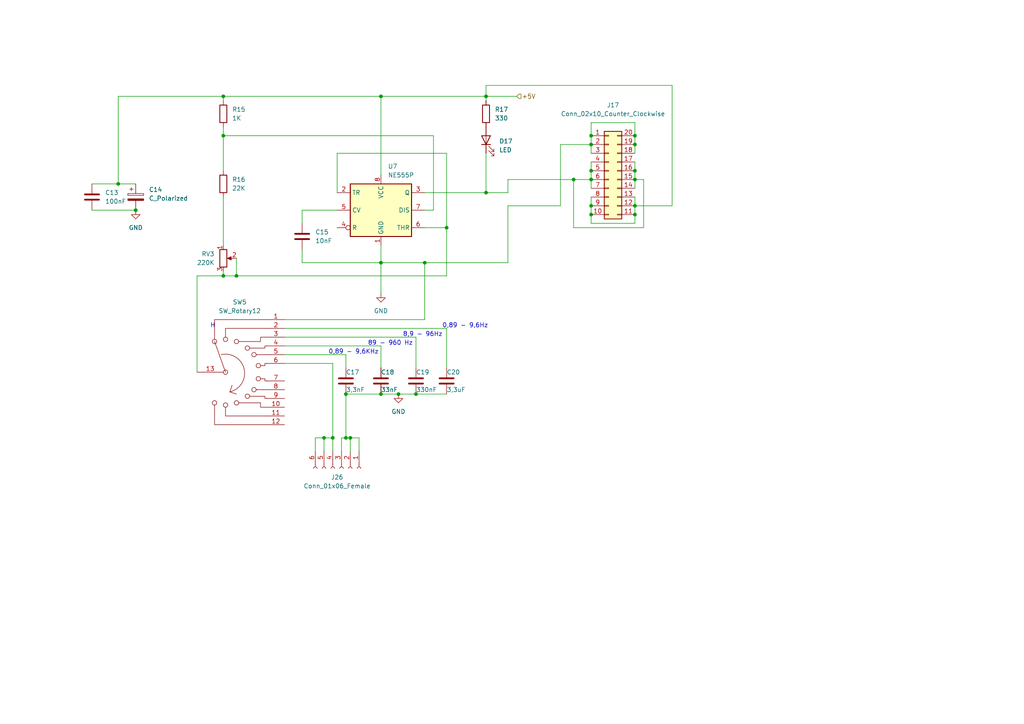
<source format=kicad_sch>
(kicad_sch (version 20211123) (generator eeschema)
  (paper "A4")
  (lib_symbols
    (symbol "Connector:Conn_01x06_Female" (pin_names (offset 1.016) hide)
      (property "Reference" "J" (at 0 7.62 0))
      (property "Value" "Conn_01x06_Female" (at 0 -10.16 0))
      (symbol "Conn_01x06_Female_1_1"
        (arc (start 0 -7.112) (mid -0.508 -7.62) (end 0 -8.128) (stroke (width 0.1524)))
        (arc (start 0 -4.572) (mid -0.508 -5.08) (end 0 -5.588) (stroke (width 0.1524)))
        (arc (start 0 -2.032) (mid -0.508 -2.54) (end 0 -3.048) (stroke (width 0.1524)))
        (polyline (pts (xy -1.27 -7.62) (xy -0.508 -7.62)) (stroke (width 0.1524)))
        (polyline (pts (xy -1.27 -5.08) (xy -0.508 -5.08)) (stroke (width 0.1524)))
        (polyline (pts (xy -1.27 -2.54) (xy -0.508 -2.54)) (stroke (width 0.1524)))
        (polyline (pts (xy -1.27 0) (xy -0.508 0)) (stroke (width 0.1524)))
        (polyline (pts (xy -1.27 2.54) (xy -0.508 2.54)) (stroke (width 0.1524)))
        (polyline (pts (xy -1.27 5.08) (xy -0.508 5.08)) (stroke (width 0.1524)))
        (arc (start 0 0.508) (mid -0.508 0) (end 0 -0.508) (stroke (width 0.1524)))
        (arc (start 0 3.048) (mid -0.508 2.54) (end 0 2.032) (stroke (width 0.1524)))
        (arc (start 0 5.588) (mid -0.508 5.08) (end 0 4.572) (stroke (width 0.1524)))
        (pin passive line (at -5.08 5.08 0) (length 3.81) (name "Pin_1") (number "1"))
        (pin passive line (at -5.08 2.54 0) (length 3.81) (name "Pin_2") (number "2"))
        (pin passive line (at -5.08 0 0) (length 3.81) (name "Pin_3") (number "3"))
        (pin passive line (at -5.08 -2.54 0) (length 3.81) (name "Pin_4") (number "4"))
        (pin passive line (at -5.08 -5.08 0) (length 3.81) (name "Pin_5") (number "5"))
        (pin passive line (at -5.08 -7.62 0) (length 3.81) (name "Pin_6") (number "6"))
      )
    )
    (symbol "Connector_Generic:Conn_02x10_Counter_Clockwise" (pin_names (offset 1.016) hide)
      (property "Reference" "J" (at 1.27 12.7 0))
      (property "Value" "Conn_02x10_Counter_Clockwise" (at 1.27 -15.24 0))
      (symbol "Conn_02x10_Counter_Clockwise_1_1"
        (rectangle (start -1.27 -12.573) (end 0 -12.827) (stroke (width 0.1524)))
        (rectangle (start -1.27 -10.033) (end 0 -10.287) (stroke (width 0.1524)))
        (rectangle (start -1.27 -7.493) (end 0 -7.747) (stroke (width 0.1524)))
        (rectangle (start -1.27 -4.953) (end 0 -5.207) (stroke (width 0.1524)))
        (rectangle (start -1.27 -2.413) (end 0 -2.667) (stroke (width 0.1524)))
        (rectangle (start -1.27 0.127) (end 0 -0.127) (stroke (width 0.1524)))
        (rectangle (start -1.27 2.667) (end 0 2.413) (stroke (width 0.1524)))
        (rectangle (start -1.27 5.207) (end 0 4.953) (stroke (width 0.1524)))
        (rectangle (start -1.27 7.747) (end 0 7.493) (stroke (width 0.1524)))
        (rectangle (start -1.27 10.287) (end 0 10.033) (stroke (width 0.1524)))
        (rectangle (start -1.27 11.43) (end 3.81 -13.97) (stroke (width 0.254)) (fill (type background)))
        (rectangle (start 3.81 -12.573) (end 2.54 -12.827) (stroke (width 0.1524)))
        (rectangle (start 3.81 -10.033) (end 2.54 -10.287) (stroke (width 0.1524)))
        (rectangle (start 3.81 -7.493) (end 2.54 -7.747) (stroke (width 0.1524)))
        (rectangle (start 3.81 -4.953) (end 2.54 -5.207) (stroke (width 0.1524)))
        (rectangle (start 3.81 -2.413) (end 2.54 -2.667) (stroke (width 0.1524)))
        (rectangle (start 3.81 0.127) (end 2.54 -0.127) (stroke (width 0.1524)))
        (rectangle (start 3.81 2.667) (end 2.54 2.413) (stroke (width 0.1524)))
        (rectangle (start 3.81 5.207) (end 2.54 4.953) (stroke (width 0.1524)))
        (rectangle (start 3.81 7.747) (end 2.54 7.493) (stroke (width 0.1524)))
        (rectangle (start 3.81 10.287) (end 2.54 10.033) (stroke (width 0.1524)))
        (pin passive line (at -5.08 10.16 0) (length 3.81) (name "Pin_1") (number "1"))
        (pin passive line (at -5.08 -12.7 0) (length 3.81) (name "Pin_10") (number "10"))
        (pin passive line (at 7.62 -12.7 180) (length 3.81) (name "Pin_11") (number "11"))
        (pin passive line (at 7.62 -10.16 180) (length 3.81) (name "Pin_12") (number "12"))
        (pin passive line (at 7.62 -7.62 180) (length 3.81) (name "Pin_13") (number "13"))
        (pin passive line (at 7.62 -5.08 180) (length 3.81) (name "Pin_14") (number "14"))
        (pin passive line (at 7.62 -2.54 180) (length 3.81) (name "Pin_15") (number "15"))
        (pin passive line (at 7.62 0 180) (length 3.81) (name "Pin_16") (number "16"))
        (pin passive line (at 7.62 2.54 180) (length 3.81) (name "Pin_17") (number "17"))
        (pin passive line (at 7.62 5.08 180) (length 3.81) (name "Pin_18") (number "18"))
        (pin passive line (at 7.62 7.62 180) (length 3.81) (name "Pin_19") (number "19"))
        (pin passive line (at -5.08 7.62 0) (length 3.81) (name "Pin_2") (number "2"))
        (pin passive line (at 7.62 10.16 180) (length 3.81) (name "Pin_20") (number "20"))
        (pin passive line (at -5.08 5.08 0) (length 3.81) (name "Pin_3") (number "3"))
        (pin passive line (at -5.08 2.54 0) (length 3.81) (name "Pin_4") (number "4"))
        (pin passive line (at -5.08 0 0) (length 3.81) (name "Pin_5") (number "5"))
        (pin passive line (at -5.08 -2.54 0) (length 3.81) (name "Pin_6") (number "6"))
        (pin passive line (at -5.08 -5.08 0) (length 3.81) (name "Pin_7") (number "7"))
        (pin passive line (at -5.08 -7.62 0) (length 3.81) (name "Pin_8") (number "8"))
        (pin passive line (at -5.08 -10.16 0) (length 3.81) (name "Pin_9") (number "9"))
      )
    )
    (symbol "Device:C" (pin_numbers hide) (pin_names (offset 0.254))
      (property "Reference" "C" (at 0.635 2.54 0))
      (property "Value" "C" (at 0.635 -2.54 0))
      (symbol "C_0_1"
        (polyline (pts (xy -2.032 -0.762) (xy 2.032 -0.762)) (stroke (width 0.508)))
        (polyline (pts (xy -2.032 0.762) (xy 2.032 0.762)) (stroke (width 0.508)))
      )
      (symbol "C_1_1"
        (pin passive line (at 0 3.81 270) (length 2.794) (name "~") (number "1"))
        (pin passive line (at 0 -3.81 90) (length 2.794) (name "~") (number "2"))
      )
    )
    (symbol "Device:C_Polarized" (pin_numbers hide) (pin_names (offset 0.254))
      (property "Reference" "C" (at 0.635 2.54 0))
      (property "Value" "C_Polarized" (at 0.635 -2.54 0))
      (symbol "C_Polarized_0_1"
        (rectangle (start -2.286 0.508) (end 2.286 1.016))
        (polyline (pts (xy -1.778 2.286) (xy -0.762 2.286)))
        (polyline (pts (xy -1.27 2.794) (xy -1.27 1.778)))
        (rectangle (start 2.286 -0.508) (end -2.286 -1.016) (fill (type outline)))
      )
      (symbol "C_Polarized_1_1"
        (pin passive line (at 0 3.81 270) (length 2.794) (name "~") (number "1"))
        (pin passive line (at 0 -3.81 90) (length 2.794) (name "~") (number "2"))
      )
    )
    (symbol "Device:LED" (pin_numbers hide) (pin_names (offset 1.016) hide)
      (property "Reference" "D" (at 0 2.54 0))
      (property "Value" "LED" (at 0 -2.54 0))
      (symbol "LED_0_1"
        (polyline (pts (xy -1.27 -1.27) (xy -1.27 1.27)) (stroke (width 0.254)))
        (polyline (pts (xy -1.27 0) (xy 1.27 0)))
        (polyline (pts (xy 1.27 -1.27) (xy 1.27 1.27) (xy -1.27 0) (xy 1.27 -1.27)) (stroke (width 0.254)))
        (polyline (pts (xy -3.048 -0.762) (xy -4.572 -2.286) (xy -3.81 -2.286) (xy -4.572 -2.286) (xy -4.572 -1.524)))
        (polyline (pts (xy -1.778 -0.762) (xy -3.302 -2.286) (xy -2.54 -2.286) (xy -3.302 -2.286) (xy -3.302 -1.524)))
      )
      (symbol "LED_1_1"
        (pin passive line (at -3.81 0 0) (length 2.54) (name "K") (number "1"))
        (pin passive line (at 3.81 0 180) (length 2.54) (name "A") (number "2"))
      )
    )
    (symbol "Device:R" (pin_numbers hide) (pin_names (offset 0))
      (property "Reference" "R" (at 2.032 0 90))
      (property "Value" "R" (at 0 0 90))
      (symbol "R_0_1"
        (rectangle (start -1.016 -2.54) (end 1.016 2.54) (stroke (width 0.254)))
      )
      (symbol "R_1_1"
        (pin passive line (at 0 3.81 270) (length 1.27) (name "~") (number "1"))
        (pin passive line (at 0 -3.81 90) (length 1.27) (name "~") (number "2"))
      )
    )
    (symbol "Device:R_Potentiometer" (pin_names (offset 1.016) hide)
      (property "Reference" "RV" (at -4.445 0 90))
      (property "Value" "R_Potentiometer" (at -2.54 0 90))
      (symbol "R_Potentiometer_0_1"
        (polyline (pts (xy 2.54 0) (xy 1.524 0)))
        (polyline (pts (xy 1.143 0) (xy 2.286 0.508) (xy 2.286 -0.508) (xy 1.143 0)) (fill (type outline)))
        (rectangle (start 1.016 2.54) (end -1.016 -2.54) (stroke (width 0.254)))
      )
      (symbol "R_Potentiometer_1_1"
        (pin passive line (at 0 3.81 270) (length 1.27) (name "1") (number "1"))
        (pin passive line (at 3.81 0 180) (length 1.27) (name "2") (number "2"))
        (pin passive line (at 0 -3.81 90) (length 1.27) (name "3") (number "3"))
      )
    )
    (symbol "Switch:SW_Rotary12" (pin_names (offset 1.016) hide)
      (property "Reference" "SW" (at 0 17.78 0))
      (property "Value" "SW_Rotary12" (at 0 -17.78 0))
      (symbol "SW_Rotary12_0_0"
        (circle (center -10.16 -8.89) (radius 0.635))
        (circle (center -10.16 8.89) (radius 0.635))
        (circle (center -6.985 -9.525) (radius 0.635))
        (circle (center -6.985 0) (radius 0.635))
        (circle (center -6.985 9.525) (radius 0.635))
        (arc (start -5.715 -5.715) (mid -1.5995 0.937) (end -8.255 5.08))
        (circle (center -3.81 -8.89) (radius 0.635))
        (circle (center -3.81 8.89) (radius 0.635))
        (circle (center -0.635 -6.985) (radius 0.635))
        (circle (center -0.635 6.985) (radius 0.635))
        (polyline (pts (xy -6.985 0) (xy -10.16 8.89)))
        (polyline (pts (xy -5.715 -5.715) (xy -5.08 -3.81)))
        (polyline (pts (xy -5.715 -5.715) (xy -3.81 -6.35)))
        (polyline (pts (xy 1.905 -5.08) (xy 5.08 -5.08)))
        (polyline (pts (xy 1.905 5.08) (xy 5.08 5.08)))
        (polyline (pts (xy -10.16 -9.525) (xy -10.16 -15.24) (xy 5.08 -15.24)))
        (polyline (pts (xy -10.16 9.525) (xy -10.16 15.24) (xy 5.08 15.24)))
        (polyline (pts (xy -6.985 -10.16) (xy -6.985 -12.7) (xy 5.08 -12.7)))
        (polyline (pts (xy -6.985 10.16) (xy -6.985 12.7) (xy 5.08 12.7)))
        (polyline (pts (xy -3.175 -8.89) (xy 3.175 -8.89) (xy 3.175 -10.16) (xy 5.08 -10.16)))
        (polyline (pts (xy -3.175 8.89) (xy 3.175 8.89) (xy 3.175 10.16) (xy 5.08 10.16)))
        (polyline (pts (xy 0 -6.985) (xy 4.445 -6.985) (xy 4.445 -7.62) (xy 5.08 -7.62)))
        (polyline (pts (xy 0 6.985) (xy 4.445 6.985) (xy 4.445 7.62) (xy 5.08 7.62)))
        (polyline (pts (xy 3.175 -1.905) (xy 4.445 -1.905) (xy 4.445 -2.54) (xy 5.08 -2.54)))
        (polyline (pts (xy 3.175 1.905) (xy 4.445 1.905) (xy 4.445 2.54) (xy 5.08 2.54)))
        (circle (center 1.27 -5.08) (radius 0.635))
        (circle (center 1.27 5.08) (radius 0.635))
        (circle (center 2.54 -1.905) (radius 0.635))
        (circle (center 2.54 1.905) (radius 0.635))
      )
      (symbol "SW_Rotary12_0_1"
        (pin passive line (at 10.16 15.24 180) (length 5.08) (name "1") (number "1"))
        (pin passive line (at 10.16 -10.16 180) (length 5.08) (name "10") (number "10"))
        (pin passive line (at 10.16 -12.7 180) (length 5.08) (name "11") (number "11"))
        (pin passive line (at 10.16 -15.24 180) (length 5.08) (name "12") (number "12"))
        (pin passive line (at -15.24 0 0) (length 7.62) (name "13") (number "13"))
        (pin passive line (at 10.16 12.7 180) (length 5.08) (name "2") (number "2"))
        (pin passive line (at 10.16 10.16 180) (length 5.08) (name "3") (number "3"))
        (pin passive line (at 10.16 7.62 180) (length 5.08) (name "4") (number "4"))
        (pin passive line (at 10.16 5.08 180) (length 5.08) (name "5") (number "5"))
        (pin passive line (at 10.16 2.54 180) (length 5.08) (name "6") (number "6"))
        (pin passive line (at 10.16 -2.54 180) (length 5.08) (name "7") (number "7"))
        (pin passive line (at 10.16 -5.08 180) (length 5.08) (name "8") (number "8"))
        (pin passive line (at 10.16 -7.62 180) (length 5.08) (name "9") (number "9"))
      )
    )
    (symbol "Timer:NE555P"
      (property "Reference" "U" (at -10.16 8.89 0))
      (property "Value" "NE555P" (at 2.54 8.89 0))
      (symbol "NE555P_0_0"
        (pin power_in line (at 0 -10.16 90) (length 2.54) (name "GND") (number "1"))
        (pin power_in line (at 0 10.16 270) (length 2.54) (name "VCC") (number "8"))
      )
      (symbol "NE555P_0_1"
        (rectangle (start -8.89 -7.62) (end 8.89 7.62) (stroke (width 0.254)) (fill (type background)))
        (rectangle (start -8.89 -7.62) (end 8.89 7.62) (stroke (width 0.254)) (fill (type background)))
      )
      (symbol "NE555P_1_1"
        (pin input line (at -12.7 5.08 0) (length 3.81) (name "TR") (number "2"))
        (pin output line (at 12.7 5.08 180) (length 3.81) (name "Q") (number "3"))
        (pin input inverted (at -12.7 -5.08 0) (length 3.81) (name "R") (number "4"))
        (pin input line (at -12.7 0 0) (length 3.81) (name "CV") (number "5"))
        (pin input line (at 12.7 -5.08 180) (length 3.81) (name "THR") (number "6"))
        (pin input line (at 12.7 0 180) (length 3.81) (name "DIS") (number "7"))
      )
    )
    (symbol "power:GND" (power) (pin_names (offset 0))
      (property "Value" "GND" (at 0 -3.81 0))
      (symbol "GND_0_1"
        (polyline (pts (xy 0 0) (xy 0 -1.27) (xy 1.27 -1.27) (xy 0 -2.54) (xy -1.27 -1.27) (xy 0 -1.27)))
      )
      (symbol "GND_1_1"
        (pin power_in line (at 0 0 270) (length 0) hide (name "GND") (number "1"))
      )
    )
  )
  (junction (at 184.15 59.69))
  (junction (at 68.58 80.01))
  (junction (at 184.15 41.91))
  (junction (at 129.54 66.04))
  (junction (at 110.49 76.2))
  (junction (at 110.49 114.3))
  (junction (at 64.77 27.94))
  (junction (at 140.97 27.94))
  (junction (at 110.49 27.94))
  (junction (at 171.45 62.23))
  (junction (at 184.15 39.37))
  (junction (at 96.52 127))
  (junction (at 34.29 53.34))
  (junction (at 171.45 52.07))
  (junction (at 115.57 114.3))
  (junction (at 64.77 39.37))
  (junction (at 120.65 114.3))
  (junction (at 184.15 49.53))
  (junction (at 100.33 114.3))
  (junction (at 100.33 127))
  (junction (at 64.77 80.01))
  (junction (at 140.97 55.88))
  (junction (at 184.15 52.07))
  (junction (at 123.19 76.2))
  (junction (at 171.45 39.37))
  (junction (at 171.45 59.69))
  (junction (at 171.45 41.91))
  (junction (at 171.45 49.53))
  (junction (at 93.98 127))
  (junction (at 39.37 60.96))
  (junction (at 166.37 52.07))
  (junction (at 184.15 62.23))
  (junction (at 101.6 127))
  (wire (pts (xy 171.45 46.99) (xy 171.45 49.53)))
  (wire (pts (xy 184.15 49.53) (xy 184.15 52.07)))
  (wire (pts (xy 110.49 76.2) (xy 110.49 85.09)))
  (wire (pts (xy 162.56 59.69) (xy 162.56 41.91)))
  (wire (pts (xy 82.55 100.33) (xy 110.49 100.33)))
  (wire (pts (xy 184.15 39.37) (xy 184.15 41.91)))
  (wire (pts (xy 140.97 55.88) (xy 147.32 55.88)))
  (wire (pts (xy 147.32 52.07) (xy 147.32 55.88)))
  (wire (pts (xy 171.45 39.37) (xy 171.45 41.91)))
  (wire (pts (xy 171.45 52.07) (xy 171.45 54.61)))
  (wire (pts (xy 171.45 49.53) (xy 171.45 52.07)))
  (wire (pts (xy 64.77 36.83) (xy 64.77 39.37)))
  (wire (pts (xy 64.77 80.01) (xy 64.77 78.74)))
  (wire (pts (xy 93.98 127) (xy 96.52 127)))
  (wire (pts (xy 123.19 76.2) (xy 147.32 76.2)))
  (wire (pts (xy 82.55 97.79) (xy 120.65 97.79)))
  (wire (pts (xy 64.77 57.15) (xy 64.77 71.12)))
  (wire (pts (xy 186.69 52.07) (xy 186.69 66.04)))
  (wire (pts (xy 100.33 127) (xy 101.6 127)))
  (wire (pts (xy 171.45 52.07) (xy 166.37 52.07)))
  (wire (pts (xy 110.49 27.94) (xy 140.97 27.94)))
  (wire (pts (xy 120.65 114.3) (xy 129.54 114.3)))
  (wire (pts (xy 26.67 60.96) (xy 39.37 60.96)))
  (wire (pts (xy 87.63 60.96) (xy 87.63 64.77)))
  (wire (pts (xy 140.97 27.94) (xy 149.86 27.94)))
  (wire (pts (xy 68.58 80.01) (xy 129.54 80.01)))
  (wire (pts (xy 147.32 59.69) (xy 147.32 76.2)))
  (wire (pts (xy 82.55 92.71) (xy 123.19 92.71)))
  (wire (pts (xy 140.97 44.45) (xy 140.97 55.88)))
  (wire (pts (xy 147.32 59.69) (xy 162.56 59.69)))
  (wire (pts (xy 82.55 105.41) (xy 96.52 105.41)))
  (wire (pts (xy 184.15 46.99) (xy 184.15 49.53)))
  (wire (pts (xy 184.15 52.07) (xy 186.69 52.07)))
  (wire (pts (xy 171.45 59.69) (xy 171.45 62.23)))
  (wire (pts (xy 100.33 102.87) (xy 100.33 106.68)))
  (wire (pts (xy 26.67 53.34) (xy 34.29 53.34)))
  (wire (pts (xy 110.49 100.33) (xy 110.49 106.68)))
  (wire (pts (xy 123.19 66.04) (xy 129.54 66.04)))
  (wire (pts (xy 171.45 64.77) (xy 171.45 62.23)))
  (wire (pts (xy 140.97 55.88) (xy 123.19 55.88)))
  (wire (pts (xy 68.58 74.93) (xy 68.58 80.01)))
  (wire (pts (xy 166.37 52.07) (xy 147.32 52.07)))
  (wire (pts (xy 171.45 35.56) (xy 171.45 39.37)))
  (wire (pts (xy 34.29 53.34) (xy 39.37 53.34)))
  (wire (pts (xy 82.55 95.25) (xy 129.54 95.25)))
  (wire (pts (xy 129.54 44.45) (xy 97.79 44.45)))
  (wire (pts (xy 101.6 127) (xy 104.14 127)))
  (wire (pts (xy 140.97 24.765) (xy 194.945 24.765)))
  (wire (pts (xy 68.58 80.01) (xy 64.77 80.01)))
  (wire (pts (xy 123.19 60.96) (xy 125.73 60.96)))
  (wire (pts (xy 125.73 60.96) (xy 125.73 39.37)))
  (wire (pts (xy 184.15 57.15) (xy 184.15 59.69)))
  (wire (pts (xy 104.14 127) (xy 104.14 130.81)))
  (wire (pts (xy 123.19 92.71) (xy 123.19 76.2)))
  (wire (pts (xy 186.69 66.04) (xy 166.37 66.04)))
  (wire (pts (xy 129.54 80.01) (xy 129.54 66.04)))
  (wire (pts (xy 87.63 72.39) (xy 87.63 76.2)))
  (wire (pts (xy 162.56 41.91) (xy 171.45 41.91)))
  (wire (pts (xy 101.6 127) (xy 101.6 130.81)))
  (wire (pts (xy 57.15 80.01) (xy 64.77 80.01)))
  (wire (pts (xy 91.44 130.81) (xy 91.44 127)))
  (wire (pts (xy 34.29 27.94) (xy 64.77 27.94)))
  (wire (pts (xy 129.54 95.25) (xy 129.54 106.68)))
  (wire (pts (xy 194.945 59.69) (xy 184.15 59.69)))
  (wire (pts (xy 184.15 62.23) (xy 184.15 64.77)))
  (wire (pts (xy 120.65 97.79) (xy 120.65 106.68)))
  (wire (pts (xy 99.06 127) (xy 100.33 127)))
  (wire (pts (xy 96.52 127) (xy 96.52 105.41)))
  (wire (pts (xy 87.63 76.2) (xy 110.49 76.2)))
  (wire (pts (xy 93.98 127) (xy 93.98 130.81)))
  (wire (pts (xy 97.79 44.45) (xy 97.79 55.88)))
  (wire (pts (xy 82.55 102.87) (xy 100.33 102.87)))
  (wire (pts (xy 171.45 41.91) (xy 171.45 44.45)))
  (wire (pts (xy 184.15 64.77) (xy 171.45 64.77)))
  (wire (pts (xy 100.33 114.3) (xy 100.33 127)))
  (wire (pts (xy 64.77 39.37) (xy 125.73 39.37)))
  (wire (pts (xy 123.19 76.2) (xy 110.49 76.2)))
  (wire (pts (xy 184.15 52.07) (xy 184.15 54.61)))
  (wire (pts (xy 97.79 60.96) (xy 87.63 60.96)))
  (wire (pts (xy 184.15 35.56) (xy 171.45 35.56)))
  (wire (pts (xy 57.15 107.95) (xy 57.15 80.01)))
  (wire (pts (xy 99.06 130.81) (xy 99.06 127)))
  (wire (pts (xy 140.97 27.94) (xy 140.97 24.765)))
  (wire (pts (xy 140.97 27.94) (xy 140.97 29.21)))
  (wire (pts (xy 96.52 130.81) (xy 96.52 127)))
  (wire (pts (xy 34.29 53.34) (xy 34.29 27.94)))
  (wire (pts (xy 110.49 27.94) (xy 64.77 27.94)))
  (wire (pts (xy 110.49 76.2) (xy 110.49 71.12)))
  (wire (pts (xy 64.77 39.37) (xy 64.77 49.53)))
  (wire (pts (xy 91.44 127) (xy 93.98 127)))
  (wire (pts (xy 115.57 114.3) (xy 120.65 114.3)))
  (wire (pts (xy 129.54 66.04) (xy 129.54 44.45)))
  (wire (pts (xy 64.77 27.94) (xy 64.77 29.21)))
  (wire (pts (xy 184.15 59.69) (xy 184.15 62.23)))
  (wire (pts (xy 171.45 57.15) (xy 171.45 59.69)))
  (wire (pts (xy 110.49 114.3) (xy 115.57 114.3)))
  (wire (pts (xy 194.945 24.765) (xy 194.945 59.69)))
  (wire (pts (xy 184.15 39.37) (xy 184.15 35.56)))
  (wire (pts (xy 166.37 52.07) (xy 166.37 66.04)))
  (wire (pts (xy 100.33 114.3) (xy 110.49 114.3)))
  (wire (pts (xy 110.49 50.8) (xy 110.49 27.94)))
  (wire (pts (xy 184.15 41.91) (xy 184.15 44.45)))
  (text "0,89 - 9,6Hz" (at 128.27 95.25 0) (effects (font (size 1.27 1.27)) (justify left bottom)))
  (text "0,89 - 9,6KHz" (at 95.25 102.87 0) (effects (font (size 1.27 1.27)) (justify left bottom)))
  (text "8,9 - 96Hz" (at 116.84 97.79 0) (effects (font (size 1.27 1.27)) (justify left bottom)))
  (text "H" (at 60.96 95.25 0) (effects (font (size 1.27 1.27)) (justify left bottom)))
  (text "89 - 960 Hz" (at 106.68 100.33 0) (effects (font (size 1.27 1.27)) (justify left bottom)))
  (hierarchical_label "+5V" (shape input) (at 149.86 27.94 0))
  (symbol (lib_id "Device:R") (at 140.97 33.02 0) (unit 1)
    (property "Reference" "R17" (at 143.51 31.7499 0) (effects (justify left)))
    (property "Value" "330" (at 143.51 34.2899 0) (effects (justify left)))
    (property "Footprint" "Resistor_THT:R_Axial_DIN0207_L6.3mm_D2.5mm_P10.16mm_Horizontal" (effects hide))
  )
  (symbol (lib_id "Connector:Conn_01x06_Female") (at 99.06 135.89 270) (unit 1)
    (property "Reference" "J26" (at 97.79 138.43 90))
    (property "Value" "Conn_01x06_Female" (at 97.79 140.97 90))
    (property "Footprint" "Connector_PinHeader_2.54mm:PinHeader_1x06_P2.54mm_Vertical" (effects hide))
  )
  (symbol (lib_id "Device:R") (at 64.77 53.34 0) (unit 1)
    (property "Reference" "R16" (at 67.31 52.0699 0) (effects (justify left)))
    (property "Value" "22K" (at 67.31 54.6099 0) (effects (justify left)))
    (property "Footprint" "Resistor_THT:R_Axial_DIN0207_L6.3mm_D2.5mm_P10.16mm_Horizontal" (effects hide))
  )
  (symbol (lib_id "Connector_Generic:Conn_02x10_Counter_Clockwise") (at 176.53 49.53 0) (unit 1)
    (property "Reference" "J17" (at 177.8 30.48 0))
    (property "Value" "Conn_02x10_Counter_Clockwise" (at 177.8 33.02 0))
    (property "Footprint" "Connector_PinHeader_2.54mm:PinHeader_2x10_P2.54mm_Vertical" (effects hide))
  )
  (symbol (lib_id "power:GND") (at 115.57 114.3 0) (unit 1)
    (property "Reference" "#PWR0115" (effects hide))
    (property "Value" "GND" (at 115.57 119.38 0))
  )
  (symbol (lib_id "Device:C") (at 26.67 57.15 0) (unit 1)
    (property "Reference" "C13" (at 30.48 55.8799 0) (effects (justify left)))
    (property "Value" "100nF" (at 30.48 58.4199 0) (effects (justify left)))
  )
  (symbol (lib_id "Device:C_Polarized") (at 39.37 57.15 0) (unit 1)
    (property "Reference" "C14" (at 43.18 54.9909 0) (effects (justify left)))
    (property "Value" "C_Polarized" (at 43.18 57.5309 0) (effects (justify left)))
  )
  (symbol (lib_id "power:GND") (at 110.49 85.09 0) (unit 1)
    (property "Reference" "#PWR0114" (effects hide))
    (property "Value" "GND" (at 110.49 90.17 0))
  )
  (symbol (lib_id "Timer:NE555P") (at 110.49 60.96 0) (unit 1)
    (property "Reference" "U7" (at 112.5094 48.26 0) (effects (justify left)))
    (property "Value" "NE555P" (at 112.5094 50.8 0) (effects (justify left)))
    (property "Footprint" "Package_DIP:DIP-8_W7.62mm" (effects hide))
    (property "Datasheet" "http://www.ti.com/lit/ds/symlink/ne555.pdf" (effects hide))
  )
  (symbol (lib_id "Device:R") (at 64.77 33.02 0) (unit 1)
    (property "Reference" "R15" (at 67.31 31.7499 0) (effects (justify left)))
    (property "Value" "1K" (at 67.31 34.2899 0) (effects (justify left)))
    (property "Footprint" "Resistor_THT:R_Axial_DIN0207_L6.3mm_D2.5mm_P10.16mm_Horizontal" (effects hide))
  )
  (symbol (lib_id "Device:C") (at 100.33 110.49 0) (unit 1)
    (property "Reference" "C17" (at 100.33 107.95 0) (effects (justify left)))
    (property "Value" "3,3nF" (at 100.33 113.03 0) (effects (justify left)))
    (property "Footprint" "Capacitor_THT:C_Axial_L5.1mm_D3.1mm_P7.50mm_Horizontal" (effects hide))
  )
  (symbol (lib_id "Device:R_Potentiometer") (at 64.77 74.93 0) (unit 1)
    (property "Reference" "RV3" (at 62.23 73.6599 0) (effects (justify right)))
    (property "Value" "220K" (at 62.23 76.1999 0) (effects (justify right)))
    (property "Footprint" "Potentiometer_THT:Potentiometer_ACP_CA14V-15_Vertical" (effects hide))
  )
  (symbol (lib_id "Switch:SW_Rotary12") (at 72.39 107.95 0) (unit 1)
    (property "Reference" "SW5" (at 69.5325 87.63 0))
    (property "Value" "SW_Rotary12" (at 69.5325 90.17 0))
    (property "Footprint" "RotarySwitch:Commutatore 2x6" (effects hide))
    (property "Datasheet" "http://cdn-reichelt.de/documents/datenblatt/C200/DS-Serie%23LOR.pdf" (effects hide))
  )
  (symbol (lib_id "power:GND") (at 39.37 60.96 0) (unit 1)
    (property "Reference" "#PWR0116" (effects hide))
    (property "Value" "GND" (at 39.37 66.04 0))
  )
  (symbol (lib_id "Device:C") (at 87.63 68.58 0) (unit 1)
    (property "Reference" "C15" (at 91.44 67.3099 0) (effects (justify left)))
    (property "Value" "10nF" (at 91.44 69.8499 0) (effects (justify left)))
  )
  (symbol (lib_id "Device:C") (at 129.54 110.49 0) (unit 1)
    (property "Reference" "C20" (at 129.54 107.95 0) (effects (justify left)))
    (property "Value" "3,3uF" (at 129.54 113.03 0) (effects (justify left)))
    (property "Footprint" "Capacitor_THT:C_Axial_L5.1mm_D3.1mm_P7.50mm_Horizontal" (effects hide))
  )
  (symbol (lib_id "Device:C") (at 120.65 110.49 0) (unit 1)
    (property "Reference" "C19" (at 120.65 107.95 0) (effects (justify left)))
    (property "Value" "330nF" (at 120.65 113.03 0) (effects (justify left)))
    (property "Footprint" "Capacitor_THT:C_Axial_L5.1mm_D3.1mm_P7.50mm_Horizontal" (effects hide))
  )
  (symbol (lib_id "Device:LED") (at 140.97 40.64 90) (unit 1)
    (property "Reference" "D17" (at 144.78 40.9574 90) (effects (justify right)))
    (property "Value" "LED" (at 144.78 43.4974 90) (effects (justify right)))
    (property "Footprint" "LED_THT:LED_D5.0mm" (effects hide))
  )
  (symbol (lib_id "Device:C") (at 110.49 110.49 0) (unit 1)
    (property "Reference" "C18" (at 110.49 107.95 0) (effects (justify left)))
    (property "Value" "33nF" (at 110.49 113.03 0) (effects (justify left)))
    (property "Footprint" "Capacitor_THT:C_Axial_L5.1mm_D3.1mm_P7.50mm_Horizontal" (effects hide))
  )
)
</source>
